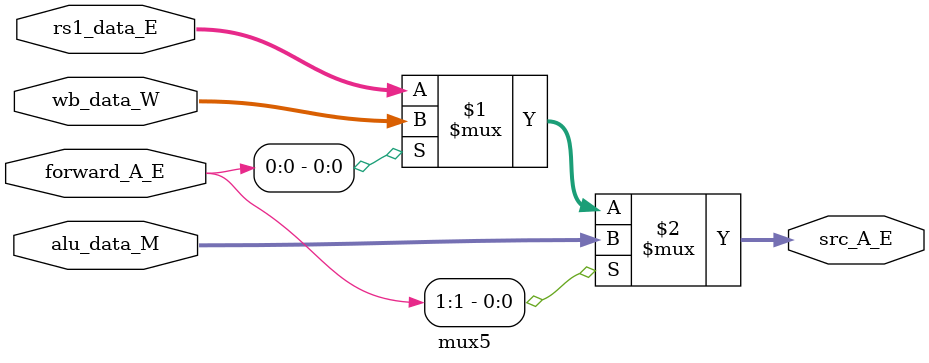
<source format=sv>
module mux5 #
(
  parameter WIDTH = 32
)
(
  input  logic [WIDTH-1:0] rs1_data_E ,  // Source 1 data in Execute stage
  input  logic [WIDTH-1:0] wb_data_W  ,  // Write-back data in Write-back stage
  input  logic [WIDTH-1:0] alu_data_M ,  // ALU result in Memory stage
  input  logic [1:0]       forward_A_E,  // Forwarding control for ALU operand A
  output logic [WIDTH-1:0] src_A_E       // Source A input to ALU
);
  assign src_A_E = forward_A_E[1] ? alu_data_M : 
                   (forward_A_E[0] ? wb_data_W : rs1_data_E);
endmodule
</source>
